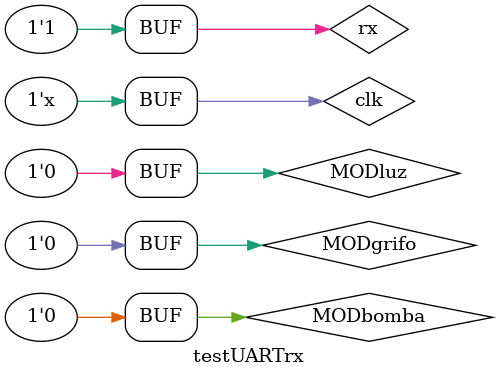
<source format=v>
`timescale 1ns / 1ns


module testUARTrx;

	// Inputs
	reg rx;
	reg clk;
	reg MODbomba;
	reg MODgrifo;
	reg MODluz;

	// Outputs
	wire activarB;
	wire melody;
	wire [0:6] Sseg;
	wire [7:0] anodos;

	// Instantiate the Unit Under Test (UUT)
	Principal uut ( .clk(clk), 
			.rx(rx), 
			.MODbomba(MODbomba),
			.MODgrifo(MODgrifo), 
			.MODluz(MODluz), 
			.activarB(activarB), 
			.melody(melody), 
			.Sseg(Sseg), 
			.anodos(anodos)
	);

	initial begin
		// Initialize Inputs
		clk= 0;
		MODbomba = 0;
		MODgrifo = 0;
		MODluz = 0;
		rx = 1;
	end
      

	always begin 
		#10;
		clk = ~clk;
	end
	always begin
		#20000
		rx = 0;
		#8710
		rx = 1;
		#8710
		rx = 0;
		#8710
		rx = 0;
		#8710
		rx = 0;
		#8710
		rx = 0;
		#8710
		rx = 1;
		#8710
		rx = 1;
		#8710
		rx = 0;
		#8710
		rx = 1;
		#8710

		rx = 0;
		#8710
		rx = 0;
		#8710
		rx = 0;
		#8710
		rx = 0;
		#8710
		rx = 0;
		#8710
		rx = 1;
		#8710
		rx = 1;
		#8710
		rx = 0;
		#8710
		rx = 0;
		#8710
		rx = 1;
		#534262420
		rx = 1;
	end
endmodule

</source>
